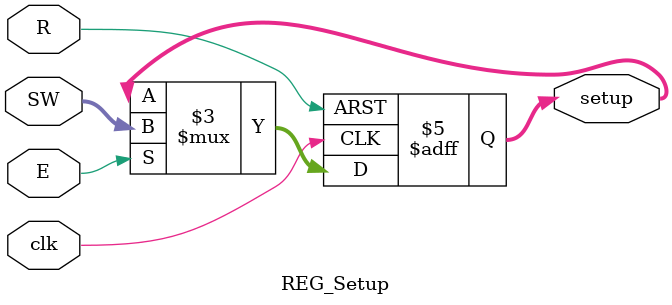
<source format=v>
module REG_Setup (
    clk,
    R,          
    E,          
    SW,    
    setup 
);
input clk, R, E;
input wire [7:0]SW;
output reg [7:0]setup;
    always @(posedge clk or posedge R) begin
        if (R) begin
            setup <= 8'b0;   
        end else if (E) begin
            setup <= SW;   
        end
      
else 
      
  setup <= setup;
    end

endmodule

</source>
